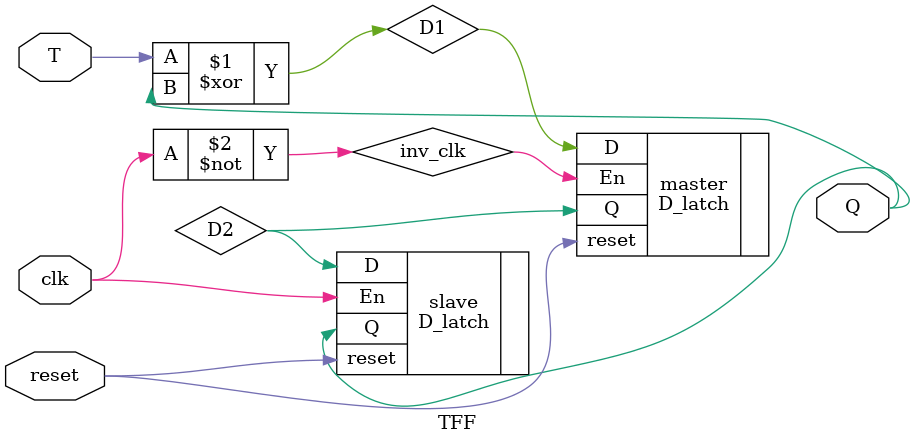
<source format=v>
`timescale 1ns / 1ps

/*---------------------------------------------------
* T flip-flop (positive edge triggered)
* Implemented using D latch, master slave method
* If (reset = 1) => Q = 0
* else at positive edge of clock => Q = ~Q;
---------------------------------------------------*/

module TFF(T, clk, reset, Q);

	input T, clk, reset;
	output Q;
	
	wire inv_clk, D1, D2;
	
	not not_1 (inv_clk, clk);
	
	xor xor_1 (D1, T, Q);
	
	D_latch master (
	.D(D1),
	.En(inv_clk),
	.reset(reset),
	.Q(D2)
	);
	
	D_latch slave (
	.D(D2),
	.En(clk),
	.reset(reset),
	.Q(Q)
	);

endmodule

</source>
